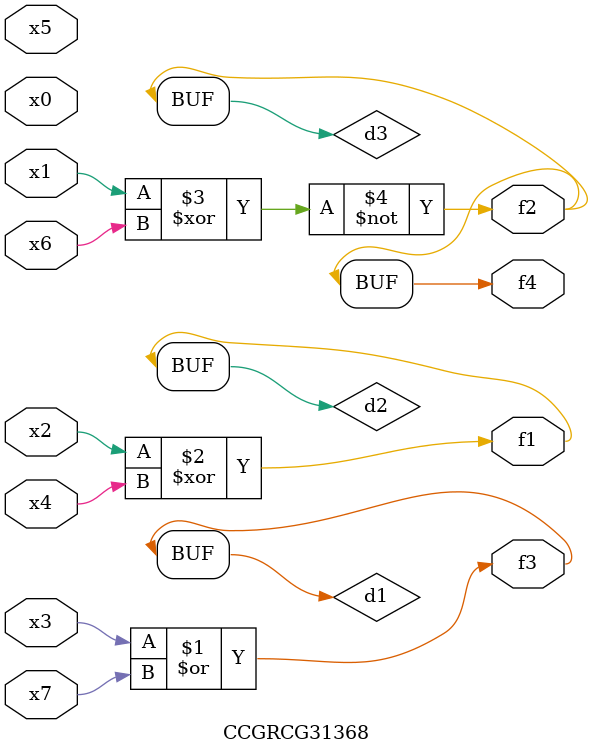
<source format=v>
module CCGRCG31368(
	input x0, x1, x2, x3, x4, x5, x6, x7,
	output f1, f2, f3, f4
);

	wire d1, d2, d3;

	or (d1, x3, x7);
	xor (d2, x2, x4);
	xnor (d3, x1, x6);
	assign f1 = d2;
	assign f2 = d3;
	assign f3 = d1;
	assign f4 = d3;
endmodule

</source>
